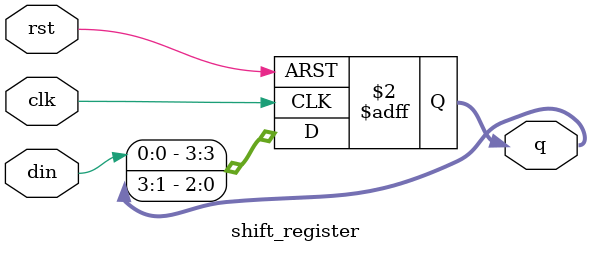
<source format=v>
module shift_register (
    input wire clk,
    input wire rst,
    input wire din,
    output reg [3:0] q
);

    always @(posedge clk or posedge rst) begin
        if (rst)
            q <= 4'b0000;         // Reset asíncrono: pone todo a 0
        else
            q <= {din, q[3:1]};   // Desplaza a la derecha, entra din por MSB
    end

endmodule

</source>
